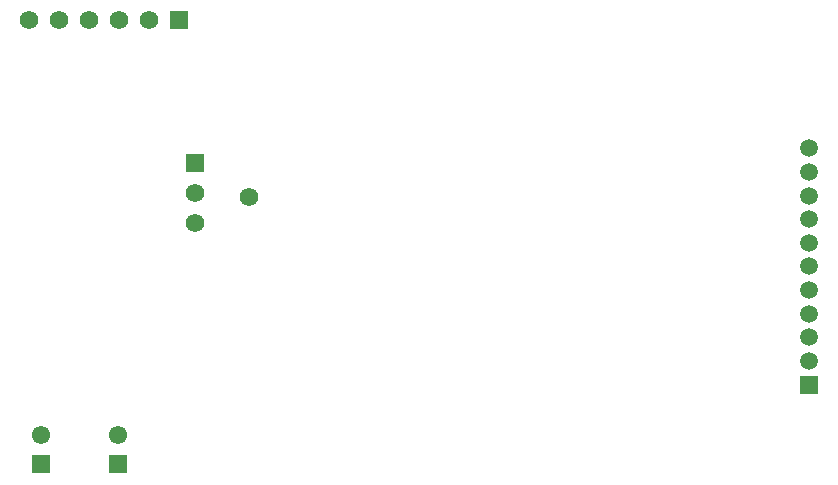
<source format=gbr>
%TF.GenerationSoftware,Altium Limited,Altium Designer,24.1.2 (44)*%
G04 Layer_Color=16711935*
%FSLAX45Y45*%
%MOMM*%
%TF.SameCoordinates,126283BA-89AD-4916-A54F-9615FB238DFA*%
%TF.FilePolarity,Negative*%
%TF.FileFunction,Soldermask,Bot*%
%TF.Part,Single*%
G01*
G75*
%TA.AperFunction,ComponentPad*%
%ADD44C,1.57000*%
%ADD45R,1.57000X1.57000*%
%ADD46C,1.55000*%
%ADD47R,1.55000X1.55000*%
%ADD48R,1.57000X1.57000*%
%ADD83C,1.50000*%
%ADD84R,1.50000X1.50000*%
D44*
X12210000Y7910000D02*
D03*
X11750000Y7696000D02*
D03*
Y7950000D02*
D03*
X10347500Y9410000D02*
D03*
X10601500D02*
D03*
X10855500D02*
D03*
X11109500D02*
D03*
X11363500D02*
D03*
D45*
X11750000Y8204000D02*
D03*
D46*
X11097500Y5900000D02*
D03*
X10447500D02*
D03*
D47*
X11097500Y5650000D02*
D03*
X10447500D02*
D03*
D48*
X11617500Y9410000D02*
D03*
D83*
X16950000Y8325000D02*
D03*
Y8125000D02*
D03*
Y7925000D02*
D03*
Y7725000D02*
D03*
Y7525000D02*
D03*
Y7325000D02*
D03*
Y7125000D02*
D03*
Y6925000D02*
D03*
Y6725000D02*
D03*
Y6525000D02*
D03*
D84*
Y6325000D02*
D03*
%TF.MD5,6339463f83855d58de1046365a8e29ea*%
M02*

</source>
